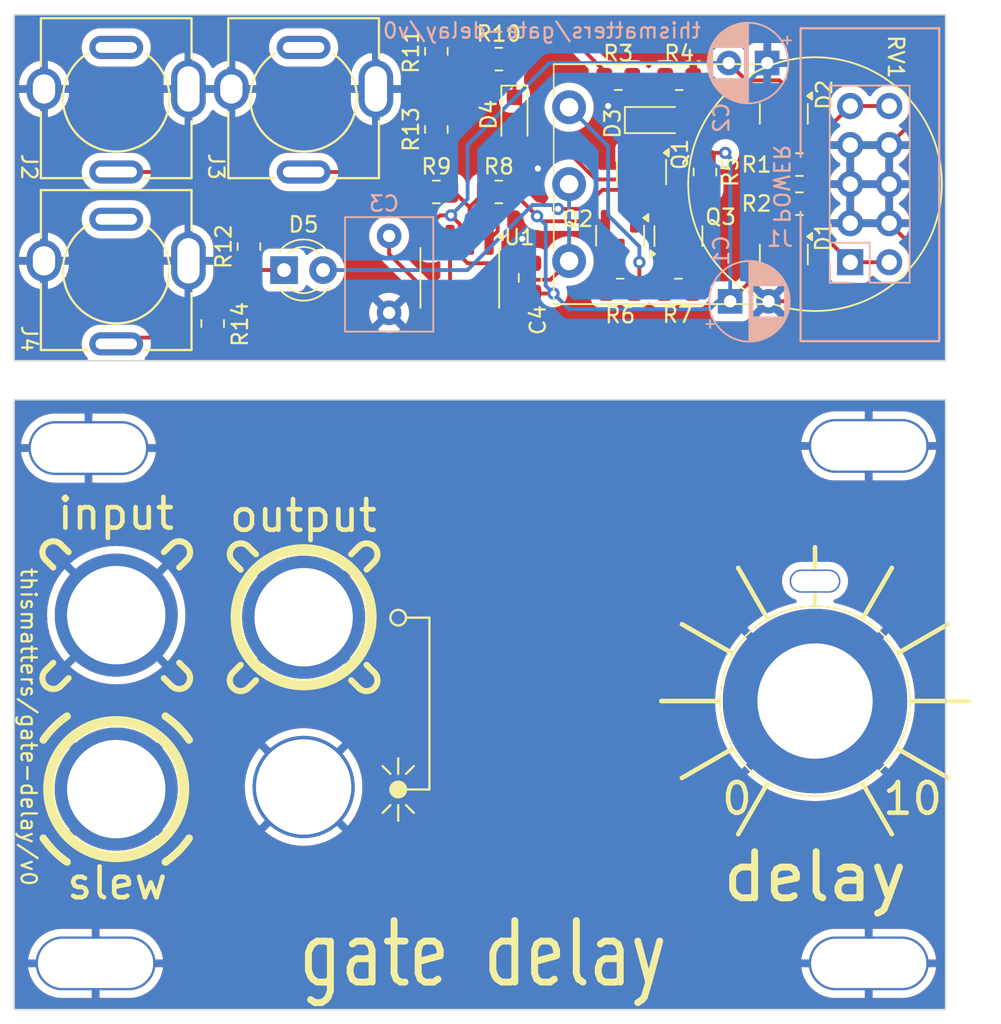
<source format=kicad_pcb>
(kicad_pcb (version 20221018) (generator pcbnew)
  (layers (0 "F.Cu" signal) (31 "B.Cu" signal) (34 "B.Paste" user) (35 "F.Paste" user) (36 "B.SilkS" user "B.Silkscreen") (37 "F.SilkS" user "F.Silkscreen") (38 "B.Mask" user) (39 "F.Mask" user) (44 "Edge.Cuts" user))
  (net 0 "")
  (net 1 "+12V")
  (net 2 "GND")
  (net 3 "-12V")
  (net 4 "Net-(D1-COM)")
  (net 5 "Net-(D2-COM)")
  (net 6 "/FACE")
  (net 7 "Net-(J1-Pin_1)")
  (net 8 "Net-(J1-Pin_10)")
  (net 9 "Net-(U1A-+)")
  (net 10 "Net-(D3-K)")
  (net 11 "Net-(D4-K)")
  (net 12 "Net-(D4-A)")
  (net 13 "Net-(D5-K)")
  (net 14 "Net-(D5-A)")
  (net 15 "/GATE_IN'")
  (net 17 "/GATE_OUT'")
  (net 19 "/SLEW_OUT'")
  (net 21 "Net-(Q1A-C1)")
  (net 22 "Net-(Q2-D)")
  (net 23 "Net-(Q3-D)")
  (net 24 "Net-(R6-Pad1)")
  (net 25 "Net-(U1A--)")
  (net 26 "Net-(R10-Pad1)")
  (net 27 "Net-(U1B--)")
  (footprint "Resistor_SMD:R_0805_2012Metric" (layer "F.Cu") (at 124.17 90.624)
    (fp_text reference "R9" (at 0 -1.65) (layer "F.SilkS"))
    (fp_text value "22K")
    (pad "1" smd roundrect (at -0.9125 0) (size 1.025 1.4) (layers "F.Cu" "F.Paste" "F.Mask") (roundrect_rratio 0.243902) (net 2 "GND"))
    (pad "2" smd roundrect (at 0.9125 0) (size 1.025 1.4) (layers "F.Cu" "F.Paste" "F.Mask") (roundrect_rratio 0.243902) (net 25 "Net-(U1A--)"))
  )
  (footprint "Resistor_SMD:R_0805_2012Metric" (layer "F.Cu") (at 147.792 91.386)
    (fp_text reference "R2" (at -2.794 0) (layer "F.SilkS"))
    (fp_text value "10")
    (pad "1" smd roundrect (at -0.9125 0) (size 1.025 1.4) (layers "F.Cu" "F.Paste" "F.Mask") (roundrect_rratio 0.243902) (net 4 "Net-(D1-COM)"))
    (pad "2" smd roundrect (at 0.9125 0) (size 1.025 1.4) (layers "F.Cu" "F.Paste" "F.Mask") (roundrect_rratio 0.243902) (net 7 "Net-(J1-Pin_1)"))
  )
  (footprint "Eurorack:AudioJack2_Tayda_A-2566" (layer "F.Cu") (at 115.534 84.528 180)
    (fp_text reference "J3" (at 5.6896 -4.445 270 unlocked) (layer "F.SilkS"))
    (fp_text value "gate_out")
    (pad "S" thru_hole oval (at -4.7 0.6 180) (size 2.25 3.75) (drill oval 1.45 2.95) (layers "*.Cu" "*.Mask") (net 2 "GND"))
    (pad "S" thru_hole oval (at 4.7 0.6 180) (size 2.25 2.7) (drill oval 1.45 1.9) (layers "*.Cu" "*.Mask") (net 2 "GND"))
    (pad "T" thru_hole oval (at 0 -4.8 180) (size 3.5 1.5) (drill oval 2.7 0.7) (layers "*.Cu" "*.Mask") (net 17 "/GATE_OUT'"))
    (pad "TN" thru_hole oval (at 0 3.3 180) (size 3.5 1.5) (drill oval 2.7 0.7) (layers "*.Cu" "*.Mask"))
  )
  (footprint "Eurorack:AudioJack2_Tayda_A-2566" (layer "F.Cu") (at 103.342 84.528 180)
    (fp_text reference "J2" (at 5.6642 -4.4704 270 unlocked) (layer "F.SilkS"))
    (fp_text value "gate_in")
    (pad "S" thru_hole oval (at -4.7 0.6 180) (size 2.25 3.75) (drill oval 1.45 2.95) (layers "*.Cu" "*.Mask") (net 2 "GND"))
    (pad "S" thru_hole oval (at 4.7 0.6 180) (size 2.25 2.7) (drill oval 1.45 1.9) (layers "*.Cu" "*.Mask") (net 2 "GND"))
    (pad "T" thru_hole oval (at 0 -4.8 180) (size 3.5 1.5) (drill oval 2.7 0.7) (layers "*.Cu" "*.Mask") (net 15 "/GATE_IN'"))
    (pad "TN" thru_hole oval (at 0 3.3 180) (size 3.5 1.5) (drill oval 2.7 0.7) (layers "*.Cu" "*.Mask"))
  )
  (footprint "Resistor_SMD:R_0805_2012Metric" (layer "F.Cu") (at 136.0064 83.258)
    (fp_text reference "R3" (at 0 -1.65) (layer "F.SilkS"))
    (fp_text value "1K")
    (pad "1" smd roundrect (at -0.9125 0) (size 1.025 1.4) (layers "F.Cu" "F.Paste" "F.Mask") (roundrect_rratio 0.243902) (net 15 "/GATE_IN'"))
    (pad "2" smd roundrect (at 0.9125 0) (size 1.025 1.4) (layers "F.Cu" "F.Paste" "F.Mask") (roundrect_rratio 0.243902) (net 10 "Net-(D3-K)"))
  )
  (footprint "Resistor_SMD:R_0805_2012Metric" (layer "F.Cu") (at 139.918 96.9994)
    (fp_text reference "R7" (at -0.0508 1.6256) (layer "F.SilkS"))
    (fp_text value "1K")
    (pad "1" smd roundrect (at -0.9125 0) (size 1.025 1.4) (layers "F.Cu" "F.Paste" "F.Mask") (roundrect_rratio 0.243902) (net 24 "Net-(R6-Pad1)"))
    (pad "2" smd roundrect (at 0.9125 0) (size 1.025 1.4) (layers "F.Cu" "F.Paste" "F.Mask") (roundrect_rratio 0.243902) (net 23 "Net-(Q3-D)"))
  )
  (footprint "Package_TO_SOT_SMD:SOT-23" (layer "F.Cu") (at 146.776 85.544 -90)
    (fp_text reference "D2" (at -1.2414 -2.6268 90) (layer "F.SilkS"))
    (fp_text value "BAT54S")
    (pad "1" smd roundrect (at -0.9375 -0.95 270) (size 1.475 0.6) (layers "F.Cu" "F.Paste" "F.Mask") (net 3 "-12V"))
    (pad "2" smd roundrect (at -0.9375 0.95 270) (size 1.475 0.6) (layers "F.Cu" "F.Paste" "F.Mask") (net 1 "+12V"))
    (pad "3" smd roundrect (at 0.9375 0 270) (size 1.475 0.6) (layers "F.Cu" "F.Paste" "F.Mask") (net 5 "Net-(D2-COM)"))
  )
  (footprint "Capacitor_SMD:C_0805_2012Metric" (layer "F.Cu") (at 130.266 96.212 90)
    (fp_text reference "C4" (at -2.7432 0.508 90) (layer "F.SilkS"))
    (fp_text value "100n")
    (pad "1" smd roundrect (at -0.95 0 90) (size 1 1.45) (layers "F.Cu" "F.Paste" "F.Mask") (net 1 "+12V"))
    (pad "2" smd roundrect (at 0.95 0 90) (size 1 1.45) (layers "F.Cu" "F.Paste" "F.Mask") (net 3 "-12V"))
  )
  (footprint "Eurorack:Mech-MountingHole" (layer "F.Cu") (at 101.534 107.2805)
    (fp_text reference "H1")
    (fp_text value "mount0")
    (pad "1" thru_hole oval (at 0 0 90) (size 3.5 7.8) (drill oval 3.2 7.5) (layers "*.Cu" "*.Mask") (net 6 "/FACE"))
  )
  (footprint "Eurorack:AudioJack2_Tayda_A-2566" (layer "F.Cu") (at 103.342 95.704 180)
    (fp_text reference "J4" (at 5.6642 -4.4704 270 unlocked) (layer "F.SilkS"))
    (fp_text value "slew_out")
    (pad "S" thru_hole oval (at -4.7 0.6 180) (size 2.25 3.75) (drill oval 1.45 2.95) (layers "*.Cu" "*.Mask") (net 2 "GND"))
    (pad "S" thru_hole oval (at 4.7 0.6 180) (size 2.25 2.7) (drill oval 1.45 1.9) (layers "*.Cu" "*.Mask") (net 2 "GND"))
    (pad "T" thru_hole oval (at 0 -4.8 180) (size 3.5 1.5) (drill oval 2.7 0.7) (layers "*.Cu" "*.Mask") (net 19 "/SLEW_OUT'"))
    (pad "TN" thru_hole oval (at 0 3.3 180) (size 3.5 1.5) (drill oval 2.7 0.7) (layers "*.Cu" "*.Mask"))
  )
  (footprint "Eurorack:Mech-AudioJack-Hole-Output-CV" (layer "F.Cu") (at 103.342 129.4565)
    (fp_text reference "H7")
    (fp_text value "slew" (at 0.058 6.1215 unlocked) (layer "F.SilkS") (effects (font (size 2 2) (thickness 0.3))))
    (pad "1" thru_hole circle (at 0 0 90) (size 8 8) (drill 6.4) (layers "*.Cu" "*.Mask") (net 6 "/FACE"))
  )
  (footprint "LED_THT:LED_D3.0mm" (layer "F.Cu") (at 114.259 95.704)
    (fp_text reference "D5" (at 1.27 -2.96) (layer "F.SilkS"))
    (fp_text value "LED_GREEN")
    (pad "1" thru_hole rect (at 0 0) (size 1.8 1.8) (drill 0.9) (layers "*.Cu" "*.Mask") (net 13 "Net-(D5-K)"))
    (pad "2" thru_hole circle (at 2.54 0) (size 1.8 1.8) (drill 0.9) (layers "*.Cu" "*.Mask") (net 14 "Net-(D5-A)"))
  )
  (footprint "Resistor_SMD:R_0805_2012Metric" (layer "F.Cu") (at 147.792 88.846)
    (fp_text reference "R1" (at -2.794 0) (layer "F.SilkS"))
    (fp_text value "10")
    (pad "1" smd roundrect (at -0.9125 0) (size 1.025 1.4) (layers "F.Cu" "F.Paste" "F.Mask") (roundrect_rratio 0.243902) (net 5 "Net-(D2-COM)"))
    (pad "2" smd roundrect (at 0.9125 0) (size 1.025 1.4) (layers "F.Cu" "F.Paste" "F.Mask") (roundrect_rratio 0.243902) (net 8 "Net-(J1-Pin_10)"))
  )
  (footprint "Package_TO_SOT_SMD:SOT-23" (layer "F.Cu") (at 146.776 94.688 -90)
    (fp_text reference "D1" (at -1.1652 -2.576 90) (layer "F.SilkS"))
    (fp_text value "BAT54S")
    (pad "1" smd roundrect (at -0.9375 -0.95 270) (size 1.475 0.6) (layers "F.Cu" "F.Paste" "F.Mask") (net 3 "-12V"))
    (pad "2" smd roundrect (at -0.9375 0.95 270) (size 1.475 0.6) (layers "F.Cu" "F.Paste" "F.Mask") (net 1 "+12V"))
    (pad "3" smd roundrect (at 0.9375 0 270) (size 1.475 0.6) (layers "F.Cu" "F.Paste" "F.Mask") (net 4 "Net-(D1-COM)"))
  )
  (footprint "Eurorack:Mech-MountingHole" (layer "F.Cu") (at 152.3 140.79)
    (fp_text reference "H4")
    (fp_text value "mount1")
    (pad "1" thru_hole oval (at 0 0 90) (size 3.5 7.8) (drill oval 3.2 7.5) (layers "*.Cu" "*.Mask") (net 6 "/FACE"))
  )
  (footprint "Package_TO_SOT_SMD:SOT-23" (layer "F.Cu") (at 139.918 93.4942 90)
    (fp_text reference "Q3" (at 1.2446 2.7432 180) (layer "F.SilkS"))
    (fp_text value "MMBF170")
    (pad "1" smd roundrect (at -0.9375 -0.95 90) (size 1.475 0.6) (layers "F.Cu" "F.Paste" "F.Mask") (net 21 "Net-(Q1A-C1)"))
    (pad "2" smd roundrect (at -0.9375 0.95 90) (size 1.475 0.6) (layers "F.Cu" "F.Paste" "F.Mask") (net 2 "GND"))
    (pad "3" smd roundrect (at 0.9375 0 90) (size 1.475 0.6) (layers "F.Cu" "F.Paste" "F.Mask") (net 23 "Net-(Q3-D)"))
  )
  (footprint "Eurorack:Mech-LED-Hole-3mm-Bezel" (layer "F.Cu") (at 115.534 129.319)
    (fp_text reference "H9" hide)
    (fp_text value "led" hide)
    (pad "1" thru_hole circle (at 0 0) (size 6.65 6.65) (drill 6.2) (layers "*.Cu" "*.Mask") (net 6 "/FACE"))
  )
  (footprint "Diode_SMD:D_SOD-323_HandSoldering" (layer "F.Cu") (at 129.25 85.7218 -90)
    (fp_text reference "D4" (at -0.127 1.6764 90) (layer "F.SilkS"))
    (fp_text value "1N4148")
    (pad "1" smd roundrect (at -1.25 0 270) (size 1 1) (layers "F.Cu" "F.Paste" "F.Mask") (net 11 "Net-(D4-K)"))
    (pad "2" smd roundrect (at 1.25 0 270) (size 1 1) (layers "F.Cu" "F.Paste" "F.Mask") (net 12 "Net-(D4-A)"))
  )
  (footprint "Resistor_SMD:R_0805_2012Metric" (layer "F.Cu") (at 109.6158 99.1838 90)
    (fp_text reference "R14" (at -0.0508 1.778 90) (layer "F.SilkS"))
    (fp_text value "1K")
    (pad "1" smd roundrect (at -0.9125 0 90) (size 1.025 1.4) (layers "F.Cu" "F.Paste" "F.Mask") (roundrect_rratio 0.243902) (net 19 "/SLEW_OUT'"))
    (pad "2" smd roundrect (at 0.9125 0 90) (size 1.025 1.4) (layers "F.Cu" "F.Paste" "F.Mask") (roundrect_rratio 0.243902) (net 27 "Net-(U1B--)"))
  )
  (footprint "Diode_SMD:D_SOD-323_HandSoldering" (layer "F.Cu") (at 138.4448 85.9504)
    (fp_text reference "D3" (at -2.8092 0.2286 90) (layer "F.SilkS"))
    (fp_text value "1N4148")
    (pad "1" smd roundrect (at -1.25 0) (size 1 1) (layers "F.Cu" "F.Paste" "F.Mask") (net 10 "Net-(D3-K)"))
    (pad "2" smd roundrect (at 1.25 0) (size 1 1) (layers "F.Cu" "F.Paste" "F.Mask") (net 2 "GND"))
  )
  (footprint "Resistor_SMD:R_0805_2012Metric" (layer "F.Cu") (at 128.234 81.988)
    (fp_text reference "R10" (at 0 -1.65) (layer "F.SilkS"))
    (fp_text value "1K")
    (pad "1" smd roundrect (at -0.9125 0) (size 1.025 1.4) (layers "F.Cu" "F.Paste" "F.Mask") (roundrect_rratio 0.243902) (net 26 "Net-(R10-Pad1)"))
    (pad "2" smd roundrect (at 0.9125 0) (size 1.025 1.4) (layers "F.Cu" "F.Paste" "F.Mask") (roundrect_rratio 0.243902) (net 11 "Net-(D4-K)"))
  )
  (footprint "Eurorack:Mech-MountingHole" (layer "F.Cu") (at 152.3 107.14)
    (fp_text reference "H2")
    (fp_text value "mount1")
    (pad "1" thru_hole oval (at 0 0 90) (size 3.5 7.8) (drill oval 3.2 7.5) (layers "*.Cu" "*.Mask") (net 6 "/FACE"))
  )
  (footprint "Package_TO_SOT_SMD:SOT-23" (layer "F.Cu") (at 136.1221 93.4688 -90)
    (fp_text reference "Q2" (at -1.0922 2.7432 -180) (layer "F.SilkS"))
    (fp_text value "BSS84")
    (pad "1" smd roundrect (at -0.9375 -0.95 270) (size 1.475 0.6) (layers "F.Cu" "F.Paste" "F.Mask") (net 21 "Net-(Q1A-C1)"))
    (pad "2" smd roundrect (at -0.9375 0.95 270) (size 1.475 0.6) (layers "F.Cu" "F.Paste" "F.Mask") (net 1 "+12V"))
    (pad "3" smd roundrect (at 0.9375 0 270) (size 1.475 0.6) (layers "F.Cu" "F.Paste" "F.Mask") (net 22 "Net-(Q2-D)"))
  )
  (footprint "Resistor_SMD:R_0805_2012Metric" (layer "F.Cu") (at 111.978 94.18 90)
    (fp_text reference "R12" (at 0 -1.65 90) (layer "F.SilkS"))
    (fp_text value "1K")
    (pad "1" smd roundrect (at -0.9125 0 90) (size 1.025 1.4) (layers "F.Cu" "F.Paste" "F.Mask") (roundrect_rratio 0.243902) (net 13 "Net-(D5-K)"))
    (pad "2" smd roundrect (at 0.9125 0 90) (size 1.025 1.4) (layers "F.Cu" "F.Paste" "F.Mask") (roundrect_rratio 0.243902) (net 2 "GND"))
  )
  (footprint "Resistor_SMD:R_0805_2012Metric" (layer "F.Cu") (at 128.234 90.624)
    (fp_text reference "R8" (at 0 -1.65) (layer "F.SilkS"))
    (fp_text value "110K")
    (pad "1" smd roundrect (at -0.9125 0) (size 1.025 1.4) (layers "F.Cu" "F.Paste" "F.Mask") (roundrect_rratio 0.243902) (net 25 "Net-(U1A--)"))
    (pad "2" smd roundrect (at 0.9125 0) (size 1.025 1.4) (layers "F.Cu" "F.Paste" "F.Mask") (roundrect_rratio 0.243902) (net 1 "+12V"))
  )
  (footprint "Package_SO:TSOP-6_1.65x3.05mm_P0.95mm" (layer "F.Cu") (at 137.5152 89.3286 -90)
    (fp_text reference "Q1" (at -1.143 -2.5044 90) (layer "F.SilkS"))
    (fp_text value "BCM847")
    (pad "1" smd rect (at -1.16 -0.95 270) (size 0.7 0.51) (layers "F.Cu" "F.Paste" "F.Mask") (net 2 "GND"))
    (pad "2" smd rect (at -1.16 0 270) (size 0.7 0.51) (layers "F.Cu" "F.Paste" "F.Mask") (net 10 "Net-(D3-K)"))
    (pad "3" smd rect (at -1.16 0.95 270) (size 0.7 0.51) (layers "F.Cu" "F.Paste" "F.Mask") (net 1 "+12V"))
    (pad "4" smd rect (at 1.16 0.95 270) (size 0.7 0.51) (layers "F.Cu" "F.Paste" "F.Mask") (net 14 "Net-(D5-A)"))
    (pad "5" smd rect (at 1.16 0 270) (size 0.7 0.51) (layers "F.Cu" "F.Paste" "F.Mask") (net 11 "Net-(D4-K)"))
    (pad "6" smd rect (at 1.16 -0.95 270) (size 0.7 0.51) (layers "F.Cu" "F.Paste" "F.Mask") (net 21 "Net-(Q1A-C1)"))
  )
  (footprint "Package_SO:SOIC-8_3.9x4.9mm_P1.27mm" (layer "F.Cu") (at 125.694 96.212 -90)
    (fp_text reference "U1" (at -2.6416 -3.8862 -180) (layer "F.SilkS"))
    (fp_text value "TL072")
    (pad "1" smd roundrect (at -2.475 -1.905 270) (size 1.95 0.6) (layers "F.Cu" "F.Paste" "F.Mask") (net 12 "Net-(D4-A)"))
    (pad "2" smd roundrect (at -2.475 -0.635 270) (size 1.95 0.6) (layers "F.Cu" "F.Paste" "F.Mask") (net 25 "Net-(U1A--)"))
    (pad "3" smd roundrect (at -2.475 0.635 270) (size 1.95 0.6) (layers "F.Cu" "F.Paste" "F.Mask") (net 9 "Net-(U1A-+)"))
    (pad "4" smd roundrect (at -2.475 1.905 270) (size 1.95 0.6) (layers "F.Cu" "F.Paste" "F.Mask") (net 3 "-12V"))
    (pad "5" smd roundrect (at 2.475 1.905 270) (size 1.95 0.6) (layers "F.Cu" "F.Paste" "F.Mask") (net 9 "Net-(U1A-+)"))
    (pad "6" smd roundrect (at 2.475 0.635 270) (size 1.95 0.6) (layers "F.Cu" "F.Paste" "F.Mask") (net 27 "Net-(U1B--)"))
    (pad "7" smd roundrect (at 2.475 -0.635 270) (size 1.95 0.6) (layers "F.Cu" "F.Paste" "F.Mask") (net 27 "Net-(U1B--)"))
    (pad "8" smd roundrect (at 2.475 -1.905 270) (size 1.95 0.6) (layers "F.Cu" "F.Paste" "F.Mask") (net 1 "+12V"))
  )
  (footprint "Eurorack:Mech-Potentiometer-Hole_level_90deg" (layer "F.Cu") (at 148.806 123.731)
    (fp_text reference "H8")
    (fp_text value "delay" (at 0 11.43 unlocked) (layer "F.SilkS") (effects (font (size 3 3) (thickness 0.45))))
    (fp_text user "10" (at 6.35 6.35 unlocked) (layer "F.SilkS") (effects (font (size 2 2) (thickness 0.3))))
    (fp_text user "0" (at -5.08 6.35 unlocked) (layer "F.SilkS") (effects (font (size 2 2) (thickness 0.3))))
    (pad "" thru_hole oval (at 0 -7.8) (size 3.3 1.5) (drill oval 3.1 1.3) (layers "*.Cu" "*.Mask"))
    (pad "1" thru_hole circle (at 0 0) (size 12 12) (drill 7.5) (layers "*.Cu" "*.Mask") (net 6 "/FACE"))
  )
  (footprint "Resistor_SMD:R_0805_2012Metric" (layer "F.Cu") (at 141.6452 89.3286 -90)
    (fp_text reference "R5" (at 0 -1.65 90) (layer "F.SilkS"))
    (fp_text value "22K")
    (pad "1" smd roundrect (at -0.9125 0 270) (size 1.025 1.4) (layers "F.Cu" "F.Paste" "F.Mask") (roundrect_rratio 0.243902) (net 1 "+12V"))
    (pad "2" smd roundrect (at 0.9125 0 270) (size 1.025 1.4) (layers "F.Cu" "F.Paste" "F.Mask") (roundrect_rratio 0.243902) (net 21 "Net-(Q1A-C1)"))
  )
  (footprint "Resistor_SMD:R_0805_2012Metric" (layer "F.Cu") (at 139.9688 83.258)
    (fp_text reference "R4" (at 0 -1.65) (layer "F.SilkS"))
    (fp_text value "22K")
    (pad "1" smd roundrect (at -0.9125 0) (size 1.025 1.4) (layers "F.Cu" "F.Paste" "F.Mask") (roundrect_rratio 0.243902) (net 10 "Net-(D3-K)"))
    (pad "2" smd roundrect (at 0.9125 0) (size 1.025 1.4) (layers "F.Cu" "F.Paste" "F.Mask") (roundrect_rratio 0.243902) (net 2 "GND"))
  )
  (footprint "Eurorack:Mech-MountingHole" (layer "F.Cu") (at 102 140.79)
    (fp_text reference "H3")
    (fp_text value "mount1")
    (pad "1" thru_hole oval (at 0 0 90) (size 3.5 7.8) (drill oval 3.2 7.5) (layers "*.Cu" "*.Mask") (net 6 "/FACE"))
  )
  (footprint "Resistor_SMD:R_0805_2012Metric" (layer "F.Cu") (at 124.17 86.56 90)
    (fp_text reference "R13" (at 0 -1.65 90) (layer "F.SilkS"))
    (fp_text value "1K")
    (pad "1" smd roundrect (at -0.9125 0 90) (size 1.025 1.4) (layers "F.Cu" "F.Paste" "F.Mask") (roundrect_rratio 0.243902) (net 17 "/GATE_OUT'"))
    (pad "2" smd roundrect (at 0.9125 0 90) (size 1.025 1.4) (layers "F.Cu" "F.Paste" "F.Mask") (roundrect_rratio 0.243902) (net 26 "Net-(R10-Pad1)"))
  )
  (footprint "Eurorack:Mech-AudioJack-Hole-Output-Gate" (layer "F.Cu") (at 115.534 118.2805)
    (fp_text reference "H6")
    (fp_text value "output" (at -0.025 -6.6 unlocked) (layer "F.SilkS") (effects (font (size 2 2) (thickness 0.3))))
    (pad "1" thru_hole circle (at 0 0 90) (size 8 8) (drill 6.4) (layers "*.Cu" "*.Mask") (net 6 "/FACE"))
  )
  (footprint "Eurorack:Potentiometer_RV16AF-41-15R1" (layer "F.Cu") (at 148.806 90.116 -90)
    (fp_text reference "RV1" (at -8.2804 -5.2598 -90 unlocked) (layer "F.SilkS"))
    (fp_text value "A1M")
    (pad "1" thru_hole circle (at -5 16 270) (size 2.2 2.2) (drill 1.2) (layers "*.Cu" "*.Mask") (net 24 "Net-(R6-Pad1)"))
    (pad "2" thru_hole circle (at 0 16 270) (size 2.2 2.2) (drill 1.2) (layers "*.Cu" "*.Mask") (net 9 "Net-(U1A-+)"))
    (pad "3" thru_hole circle (at 5 16 270) (size 2.2 2.2) (drill 1.2) (layers "*.Cu" "*.Mask") (net 9 "Net-(U1A-+)"))
  )
  (footprint "Eurorack:Mech-AudioJack-Hole-Input-Gate" (layer "F.Cu") (at 103.342 118.143)
    (fp_text reference "H5")
    (fp_text value "input" (at -0.025 -6.6 unlocked) (layer "F.SilkS") (effects (font (size 2 2) (thickness 0.3))))
    (pad "1" thru_hole circle (at 0 0 90) (size 8 8) (drill 6.4) (layers "*.Cu" "*.Mask") (net 6 "/FACE"))
  )
  (footprint "Resistor_SMD:R_0805_2012Metric" (layer "F.Cu") (at 124.17 81.48 90)
    (fp_text reference "R11" (at 0 -1.65 90) (layer "F.SilkS"))
    (fp_text value "10K")
    (pad "1" smd roundrect (at -0.9125 0 90) (size 1.025 1.4) (layers "F.Cu" "F.Paste" "F.Mask") (roundrect_rratio 0.243902) (net 26 "Net-(R10-Pad1)"))
    (pad "2" smd roundrect (at 0.9125 0 90) (size 1.025 1.4) (layers "F.Cu" "F.Paste" "F.Mask") (roundrect_rratio 0.243902) (net 2 "GND"))
  )
  (footprint "Resistor_SMD:R_0805_2012Metric" (layer "F.Cu") (at 136.1334 96.9994 180)
    (fp_text reference "R6" (at 0 -1.65) (layer "F.SilkS"))
    (fp_text value "1K")
    (pad "1" smd roundrect (at -0.9125 0 180) (size 1.025 1.4) (layers "F.Cu" "F.Paste" "F.Mask") (roundrect_rratio 0.243902) (net 24 "Net-(R6-Pad1)"))
    (pad "2" smd roundrect (at 0.9125 0 180) (size 1.025 1.4) (layers "F.Cu" "F.Paste" "F.Mask") (roundrect_rratio 0.243902) (net 22 "Net-(Q2-D)"))
  )
  (footprint "Eurorack:PinHeader_2x05_P2.54mm_Vertical" (layer "B.Cu") (at 151.094 95.196)
    (fp_text reference "J1" (at -4.572 -1.524) (layer "B.SilkS") (effects (justify mirror)))
    (fp_text value "Conn_02x05_Odd_Even")
    (pad "1" thru_hole rect (at 0 0) (size 1.7 1.7) (drill 1) (layers "*.Cu" "*.Mask") (net 7 "Net-(J1-Pin_1)"))
    (pad "2" thru_hole oval (at 2.54 0) (size 1.7 1.7) (drill 1) (layers "*.Cu" "*.Mask") (net 7 "Net-(J1-Pin_1)"))
    (pad "3" thru_hole oval (at 0 -2.54) (size 1.7 1.7) (drill 1) (layers "*.Cu" "*.Mask") (net 2 "GND"))
    (pad "4" thru_hole oval (at 2.54 -2.54) (size 1.7 1.7) (drill 1) (layers "*.Cu" "*.Mask") (net 2 "GND"))
    (pad "5" thru_hole oval (at 0 -5.08) (size 1.7 1.7) (drill 1) (layers "*.Cu" "*.Mask") (net 2 "GND"))
    (pad "6" thru_hole oval (at 2.54 -5.08) (size 1.7 1.7) (drill 1) (layers "*.Cu" "*.Mask") (net 2 "GND"))
    (pad "7" thru_hole oval (at 0 -7.62) (size 1.7 1.7) (drill 1) (layers "*.Cu" "*.Mask") (net 2 "GND"))
    (pad "8" thru_hole oval (at 2.54 -7.62) (size 1.7 1.7) (drill 1) (layers "*.Cu" "*.Mask") (net 2 "GND"))
    (pad "9" thru_hole oval (at 0 -10.16) (size 1.7 1.7) (drill 1) (layers "*.Cu" "*.Mask") (net 8 "Net-(J1-Pin_10)"))
    (pad "10" thru_hole oval (at 2.54 -10.16) (size 1.7 1.7) (drill 1) (layers "*.Cu" "*.Mask") (net 8 "Net-(J1-Pin_10)"))
  )
  (footprint "Capacitor_THT:CP_Radial_D5.0mm_P2.50mm" (layer "B.Cu") (at 143.284888 97.736)
    (fp_text reference "C1" (at -0.572888 -3.302 90) (layer "B.SilkS") (effects (justify mirror)))
    (fp_text value "22u 50V")
    (pad "1" thru_hole rect (at 0 0) (size 1.6 1.6) (drill 0.8) (layers "*.Cu" "*.Mask") (net 1 "+12V"))
    (pad "2" thru_hole circle (at 2.5 0) (size 1.6 1.6) (drill 0.8) (layers "*.Cu" "*.Mask") (net 2 "GND"))
  )
  (footprint "Capacitor_THT:CP_Radial_D5.0mm_P2.50mm" (layer "B.Cu") (at 145.695113 82.242 180)
    (fp_text reference "C2" (at 2.983113 -3.556 90) (layer "B.SilkS") (effects (justify mirror)))
    (fp_text value "22u 50V")
    (pad "1" thru_hole rect (at 0 0 180) (size 1.6 1.6) (drill 0.8) (layers "*.Cu" "*.Mask") (net 2 "GND"))
    (pad "2" thru_hole circle (at 2.5 0 180) (size 1.6 1.6) (drill 0.8) (layers "*.Cu" "*.Mask") (net 3 "-12V"))
  )
  (footprint "Capacitor_THT:C_Rect_L7.2mm_W5.5mm_P5.00mm_FKS2_FKP2_MKS2_MKP2" (layer "B.Cu") (at 121.0966 93.4834 -90)
    (fp_text reference "C3" (at -2.0974 0.3302 -180) (layer "B.SilkS") (effects (justify mirror)))
    (fp_text value "1u box")
    (pad "1" thru_hole circle (at 0 0 270) (size 1.6 1.6) (drill 0.8) (layers "*.Cu" "*.Mask") (net 9 "Net-(U1A-+)"))
    (pad "2" thru_hole circle (at 5 0 270) (size 1.6 1.6) (drill 0.8) (layers "*.Cu" "*.Mask") (net 2 "GND"))
  )
  (gr_line (start 121.688 128.466) (end 121.688 127.45) (stroke (width 0.15)) (layer "F.SilkS"))
  (gr_line (start 122.196 128.466) (end 122.704 127.958) (stroke (width 0.15)) (layer "F.SilkS"))
  (gr_circle (center 121.688 129.482) (end 122.196 129.482) (stroke (width 0.15)) (fill solid) (layer "F.SilkS"))
  (gr_line (start 121.18 128.466) (end 120.672 127.958) (stroke (width 0.15)) (layer "F.SilkS"))
  (gr_line (start 123.72 118.306) (end 123.72 129.482) (stroke (width 0.15)) (layer "F.SilkS"))
  (gr_circle (center 121.688 118.306) (end 122.196 118.306) (stroke (width 0.15)) (fill none) (layer "F.SilkS"))
  (gr_line (start 121.688 130.498) (end 121.688 131.514) (stroke (width 0.15)) (layer "F.SilkS"))
  (gr_line (start 122.196 118.306) (end 123.72 118.306) (stroke (width 0.15)) (layer "F.SilkS"))
  (gr_line (start 123.72 129.482) (end 122.196 129.482) (stroke (width 0.15)) (layer "F.SilkS"))
  (gr_line (start 122.196 130.498) (end 122.704 131.006) (stroke (width 0.15)) (layer "F.SilkS"))
  (gr_line (start 121.18 130.498) (end 120.672 131.006) (stroke (width 0.15)) (layer "F.SilkS"))
  (gr_rect (start 96.7 79.1) (end 157.3 101.6) (stroke (width 0.1)) (fill none) (layer "Edge.Cuts"))
  (gr_rect (start 96.7 104.14) (end 157.3 143.79) (stroke (width 0.1)) (fill none) (layer "Edge.Cuts"))
  (gr_text "POWER" (at 146.014 90.116 -90) (layer "B.SilkS") (effects (font (size 1 1)) (justify bottom mirror)))
  (gr_text "thismatters/gate-delay/v0" (at 131.028 80.718) (layer "B.SilkS") (effects (font (size 1 1)) (justify bottom mirror)))
  (gr_text "gate delay" (at 127.2032 142.5194) (layer "F.SilkS") (effects (font (size 4 3) (thickness 0.45)) (justify bottom)))
  (gr_text "thismatters/gate-delay/v0" (at 97.05 125.418 -90) (layer "F.SilkS") (effects (font (size 1 1)) (justify bottom)))
  (segment (start 145.826 84.6065) (end 145.826 93.7505) (width 0.25) (layer "F.Cu") (net 1))
  (segment (start 129.891 96.787) (end 128.234 96.787) (width 0.25) (layer "F.Cu") (net 1))
  (segment (start 142.966 88.084) (end 141.9773 88.084) (width 0.25) (layer "F.Cu") (net 1))
  (segment (start 130.266 97.162) (end 129.891 96.787) (width 0.25) (layer "F.Cu") (net 1))
  (segment (start 135.1721 92.5313) (end 131.0538 92.5313) (width 0.25) (layer "F.Cu") (net 1))
  (segment (start 131.79 97.228) (end 130.332 97.228) (width 0.25) (layer "F.Cu") (net 1))
  (segment (start 136.8966 89.1) (end 136.5652 88.7686) (width 0.25) (layer "F.Cu") (net 1))
  (segment (start 130.332 97.228) (end 130.266 97.162) (width 0.25) (layer "F.Cu") (net 1))
  (segment (start 140.934 89.1) (end 136.8966 89.1) (width 0.25) (layer "F.Cu") (net 1))
  (segment (start 128.234 96.787) (end 127.599 97.422) (width 0.25) (layer "F.Cu") (net 1))
  (segment (start 141.6452 88.4161) (end 141.6179 88.4161) (width 0.25) (layer "F.Cu") (net 1))
  (segment (start 145.826 95.194888) (end 143.284888 97.736) (width 0.25) (layer "F.Cu") (net 1))
  (segment (start 136.5652 88.7686) (end 136.5652 88.1686) (width 0.25) (layer "F.Cu") (net 1))
  (segment (start 141.9773 88.084) (end 141.6452 88.4161) (width 0.25) (layer "F.Cu") (net 1))
  (segment (start 130.72225 92.19975) (end 129.1465 90.624) (width 0.25) (layer "F.Cu") (net 1))
  (segment (start 141.6179 88.4161) (end 140.934 89.1) (width 0.25) (layer "F.Cu") (net 1))
  (segment (start 145.826 93.7505) (end 145.826 95.194888) (width 0.25) (layer "F.Cu") (net 1))
  (segment (start 127.599 97.422) (end 127.599 98.687) (width 0.25) (layer "F.Cu") (net 1))
  (segment (start 131.0538 92.5313) (end 130.72225 92.19975) (width 0.25) (layer "F.Cu") (net 1))
  (via (at 142.966 88.084) (size 0.8) (drill 0.4) (layers "F.Cu" "B.Cu") (net 1))
  (via (at 131.79 97.228) (size 0.8) (drill 0.4) (layers "F.Cu" "B.Cu") (net 1))
  (via (at 130.72225 92.19975) (size 0.8) (drill 0.4) (layers "F.Cu" "B.Cu") (net 1))
  (segment (start 131.282 92.7595) (end 130.72225 92.19975) (width 0.25) (layer "B.Cu") (net 1))
  (segment (start 131.79 97.228) (end 131.282 96.72) (width 0.25) (layer "B.Cu") (net 1))
  (segment (start 132.806 98.244) (end 131.79 97.228) (width 0.25) (layer "B.Cu") (net 1))
  (segment (start 141.95 98.244) (end 132.806 98.244) (width 0.25) (layer "B.Cu") (net 1))
  (segment (start 143.284888 97.736) (end 143.284888 88.402888) (width 0.25) (layer "B.Cu") (net 1))
  (segment (start 143.284888 88.402888) (end 142.966 88.084) (width 0.25) (layer "B.Cu") (net 1))
  (segment (start 131.282 96.72) (end 131.282 92.7595) (width 0.25) (layer "B.Cu") (net 1))
  (segment (start 142.458 97.736) (end 141.95 98.244) (width 0.25) (layer "B.Cu") (net 1))
  (segment (start 142.966 97.736) (end 142.458 97.736) (width 0.25) (layer "B.Cu") (net 1))
  (segment (start 143.284888 97.736) (end 142.966 97.736) (width 0.25) (layer "B.Cu") (net 1))
  (segment (start 108.042 95.104) (end 108.042 98.2301) (width 0.25) (layer "F.Cu") (net 2))
  (segment (start 153.634 87.576) (end 155.158 86.052) (width 0.25) (layer "F.Cu") (net 2))
  (segment (start 151.094 87.576) (end 153.634 87.576) (width 0.25) (layer "F.Cu") (net 2))
  (segment (start 155.158 94.18) (end 155.158 95.958) (width 0.25) (layer "F.Cu") (net 2))
  (segment (start 109.0707 99.2588) (end 111.4688 99.2588) (width 0.25) (layer "F.Cu") (net 2))
  (segment (start 151.094 92.656) (end 153.634 92.656) (width 0.25) (layer "F.Cu") (net 2))
  (segment (start 151.094 90.116) (end 153.634 90.116) (width 0.25) (layer "F.Cu") (net 2))
  (segment (start 155.158 95.958) (end 153.38 97.736) (width 0.25) (layer "F.Cu") (net 2))
  (segment (start 153.38 97.736) (end 145.784888 97.736) (width 0.25) (layer "F.Cu") (net 2))
  (segment (start 153.126 82.242) (end 145.695113 82.242) (width 0.25) (layer "F.Cu") (net 2))
  (segment (start 108.042 98.2301) (end 109.0707 99.2588) (width 0.25) (layer "F.Cu") (net 2))
  (segment (start 153.634 92.656) (end 155.158 94.18) (width 0.25) (layer "F.Cu") (net 2))
  (segment (start 155.158 84.274) (end 153.126 82.242) (width 0.25) (layer "F.Cu") (net 2))
  (segment (start 155.158 86.052) (end 155.158 84.274) (width 0.25) (layer "F.Cu") (net 2))
  (segment (start 153.634 90.116) (end 153.634 87.576) (width 0.25) (layer "F.Cu") (net 2))
  (segment (start 153.634 90.116) (end 153.634 92.656) (width 0.25) (layer "F.Cu") (net 2))
  (via (at 135.346 85.036) (size 0.8) (drill 0.4) (layers "F.Cu" "B.Cu") (net 2))
  (via (at 129.758 93.672) (size 0.8) (drill 0.4) (layers "F.Cu" "B.Cu") (net 2))
  (via (at 130.774 89.1) (size 0.8) (drill 0.4) (layers "F.Cu" "B.Cu") (net 2))
  (segment (start 120.234 88.72) (end 123.154 91.64) (width 0.25) (layer "B.Cu") (net 2))
  (segment (start 145.695113 82.242) (end 142.901113 85.036) (width 0.25) (layer "B.Cu") (net 2))
  (segment (start 121.0966 98.4834) (end 122.352 97.228) (width 0.25) (layer "B.Cu") (net 2))
  (segment (start 120.234 83.928) (end 120.234 88.72) (width 0.25) (layer "B.Cu") (net 2))
  (segment (start 142.901113 85.036) (end 135.346 85.036) (width 0.25) (layer "B.Cu") (net 2))
  (segment (start 123.154 91.64) (end 123.154 93.164) (width 0.25) (layer "B.Cu") (net 2))
  (segment (start 129.758 94.18) (end 129.758 93.672) (width 0.25) (layer "B.Cu") (net 2))
  (segment (start 122.352 97.228) (end 126.71 97.228) (width 0.25) (layer "B.Cu") (net 2))
  (segment (start 123.154 93.164) (end 123.662 93.672) (width 0.25) (layer "B.Cu") (net 2))
  (segment (start 126.202 93.672) (end 130.774 89.1) (width 0.25) (layer "B.Cu") (net 2))
  (segment (start 120.234 83.928) (end 120.234 89.736) (width 0.25) (layer "B.Cu") (net 2))
  (segment (start 126.71 97.228) (end 129.758 94.18) (width 0.25) (layer "B.Cu") (net 2))
  (segment (start 123.662 93.672) (end 126.202 93.672) (width 0.25) (layer "B.Cu") (net 2))
  (segment (start 125.694 94.752908) (end 126.203092 95.262) (width 0.25) (layer "F.Cu") (net 3))
  (segment (start 144.320113 83.367) (end 143.195113 82.242) (width 0.25) (layer "F.Cu") (net 3))
  (segment (start 124.403001 92.148) (end 125.120908 92.148) (width 0.25) (layer "F.Cu") (net 3))
  (segment (start 147.726 84.6065) (end 146.4865 83.367) (width 0.25) (layer "F.Cu") (net 3))
  (segment (start 126.203092 95.262) (end 130.266 95.262) (width 0.25) (layer "F.Cu") (net 3))
  (segment (start 125.694 92.721092) (end 125.694 94.752908) (width 0.25) (layer "F.Cu") (net 3))
  (segment (start 147.726 93.7505) (end 147.726 84.6065) (width 0.25) (layer "F.Cu") (net 3))
  (segment (start 125.120908 92.148) (end 125.694 92.721092) (width 0.25) (layer "F.Cu") (net 3))
  (segment (start 123.789 92.762001) (end 124.403001 92.148) (width 0.25) (layer "F.Cu") (net 3))
  (segment (start 146.4865 83.367) (end 144.320113 83.367) (width 0.25) (layer "F.Cu") (net 3))
  (segment (start 123.789 93.737) (end 123.789 92.762001) (width 0.25) (layer "F.Cu") (net 3))
  (via (at 125.120908 92.148) (size 0.8) (drill 0.4) (layers "F.Cu" "B.Cu") (net 3))
  (segment (start 131.536 82.242) (end 126.202 87.576) (width 0.25) (layer "B.Cu") (net 3))
  (segment (start 126.202 87.576) (end 126.202 91.066908) (width 0.25) (layer "B.Cu") (net 3))
  (segment (start 143.195113 82.242) (end 131.536 82.242) (width 0.25) (layer "B.Cu") (net 3))
  (segment (start 126.202 91.066908) (end 125.120908 92.148) (width 0.25) (layer "B.Cu") (net 3))
  (segment (start 146.776 91.4895) (end 146.8795 91.386) (width 0.25) (layer "F.Cu") (net 4))
  (segment (start 146.776 95.6255) (end 146.776 91.4895) (width 0.25) (layer "F.Cu") (net 4))
  (segment (start 146.8795 88.846) (end 146.8795 86.585) (width 0.25) (layer "F.Cu") (net 5))
  (segment (start 146.8795 86.585) (end 146.776 86.4815) (width 0.25) (layer "F.Cu") (net 5))
  (segment (start 151.094 95.196) (end 148.7045 92.8065) (width 0.25) (layer "F.Cu") (net 7))
  (segment (start 148.7045 92.8065) (end 148.7045 91.386) (width 0.25) (layer "F.Cu") (net 7))
  (segment (start 153.634 95.196) (end 151.094 95.196) (width 0.25) (layer "F.Cu") (net 7))
  (segment (start 151.094 85.036) (end 148.7045 87.4255) (width 0.25) (layer "F.Cu") (net 8))
  (segment (start 148.7045 87.4255) (end 148.7045 88.846) (width 0.25) (layer "F.Cu") (net 8))
  (segment (start 153.634 85.036) (end 151.094 85.036) (width 0.25) (layer "F.Cu") (net 8))
  (segment (start 123.789 97.355) (end 123.789 98.687) (width 0.25) (layer "F.Cu") (net 9))
  (segment (start 124.221501 97.279501) (end 125.059 96.442001) (width 0.25) (layer "F.Cu") (net 9))
  (segment (start 127.156604 97.228) (end 124.273002 97.228) (width 0.25) (layer "F.Cu") (net 9))
  (segment (start 128.742 96.337) (end 131.585 96.337) (width 0.25) (layer "F.Cu") (net 9))
  (segment (start 131.585 96.337) (end 132.806 95.116) (width 0.25) (layer "F.Cu") (net 9))
  (segment (start 125.059 96.442001) (end 125.059 93.737) (width 0.25) (layer "F.Cu") (net 9))
  (segment (start 123.789 97.712001) (end 124.221501 97.279501) (width 0.25) (layer "F.Cu") (net 9))
  (segment (start 123.789 98.687) (end 123.789 97.712001) (width 0.25) (layer "F.Cu") (net 9))
  (segment (start 121.0966 93.4834) (end 121.0966 94.6626) (width 0.25) (layer "F.Cu") (net 9))
  (segment (start 128.742 96.337) (end 128.047604 96.337) (width 0.25) (layer "F.Cu") (net 9))
  (segment (start 128.047604 96.337) (end 127.156604 97.228) (width 0.25) (layer "F.Cu") (net 9))
  (segment (start 124.273002 97.228) (end 124.221501 97.279501) (width 0.25) (layer "F.Cu") (net 9))
  (segment (start 121.0966 94.6626) (end 123.789 97.355) (width 0.25) (layer "F.Cu") (net 9))
  (segment (start 132.806 90.116) (end 132.806 95.116) (width 0.25) (layer "B.Cu") (net 9))
  (segment (start 137.5152 88.1686) (end 137.5152 86.2708) (width 0.25) (layer "F.Cu") (net 10))
  (segment (start 136.9189 83.258) (end 139.0563 83.258) (width 0.25) (layer "F.Cu") (net 10))
  (segment (start 137.1948 85.9504) (end 137.1948 83.5339) (width 0.25) (layer "F.Cu") (net 10))
  (segment (start 137.1948 83.5339) (end 136.9189 83.258) (width 0.25) (layer "F.Cu") (net 10))
  (segment (start 137.5152 86.2708) (end 137.1948 85.9504) (width 0.25) (layer "F.Cu") (net 10))
  (segment (start 134.5356 89.8136) (end 137.4402 89.8136) (width 0.25) (layer "F.Cu") (net 11))
  (segment (start 132.806 88.084) (end 131.282 88.084) (width 0.25) (layer "F.Cu") (net 11))
  (segment (start 129.25 84.4718) (end 129.25 84.528) (width 0.25) (layer "F.Cu") (net 11))
  (segment (start 130.266 87.068) (end 130.266 85.544) (width 0.25) (layer "F.Cu") (net 11))
  (segment (start 129.25 84.528) (end 130.266 85.544) (width 0.25) (layer "F.Cu") (net 11))
  (segment (start 132.806 88.084) (end 134.5356 89.8136) (width 0.25) (layer "F.Cu") (net 11))
  (segment (start 137.5152 89.8886) (end 137.5152 90.4886) (width 0.25) (layer "F.Cu") (net 11))
  (segment (start 129.25 83.512) (end 129.25 82.0915) (width 0.25) (layer "F.Cu") (net 11))
  (segment (start 131.282 88.084) (end 130.266 87.068) (width 0.25) (layer "F.Cu") (net 11))
  (segment (start 129.25 82.0915) (end 129.1465 81.988) (width 0.25) (layer "F.Cu") (net 11))
  (segment (start 137.4402 89.8136) (end 137.5152 89.8886) (width 0.25) (layer "F.Cu") (net 11))
  (segment (start 129.25 84.4718) (end 129.25 83.512) (width 0.25) (layer "F.Cu") (net 11))
  (segment (start 128.159 88.0628) (end 128.159 93.177) (width 0.25) (layer "F.Cu") (net 12))
  (segment (start 129.25 86.9718) (end 128.159 88.0628) (width 0.25) (layer "F.Cu") (net 12))
  (segment (start 128.159 93.177) (end 127.599 93.737) (width 0.25) (layer "F.Cu") (net 12))
  (segment (start 114.259 95.704) (end 112.5895 95.704) (width 0.25) (layer "F.Cu") (net 13))
  (segment (start 112.5895 95.704) (end 111.978 95.0925) (width 0.25) (layer "F.Cu") (net 13))
  (segment (start 136.434453 90.619347) (end 136.5652 90.4886) (width 0.25) (layer "F.Cu") (net 14))
  (segment (start 132.081 91.728764) (end 133.733236 91.728764) (width 0.25) (layer "F.Cu") (net 14))
  (segment (start 133.733236 91.728764) (end 134.9734 90.4886) (width 0.25) (layer "F.Cu") (net 14))
  (segment (start 134.9734 90.4886) (end 136.5652 90.4886) (width 0.25) (layer "F.Cu") (net 14))
  (via (at 132.081 91.728764) (size 0.8) (drill 0.4) (layers "F.Cu" "B.Cu") (net 14))
  (segment (start 116.799 95.704) (end 126.192695 95.704) (width 0.25) (layer "B.Cu") (net 14))
  (segment (start 130.421945 91.47475) (end 131.826986 91.47475) (width 0.25) (layer "B.Cu") (net 14))
  (segment (start 126.192695 95.704) (end 130.421945 91.47475) (width 0.25) (layer "B.Cu") (net 14))
  (segment (start 131.826986 91.47475) (end 132.081 91.728764) (width 0.25) (layer "B.Cu") (net 14))
  (segment (start 135.0939 82.7519) (end 135.0939 83.258) (width 0.25) (layer "F.Cu") (net 15))
  (segment (start 124.7901 81.48) (end 125.3071 80.963) (width 0.25) (layer "F.Cu") (net 15))
  (segment (start 110.734 89.328) (end 118.582 81.48) (width 0.25) (layer "F.Cu") (net 15))
  (segment (start 133.305 80.963) (end 135.0939 82.7519) (width 0.25) (layer "F.Cu") (net 15))
  (segment (start 118.582 81.48) (end 124.7901 81.48) (width 0.25) (layer "F.Cu") (net 15))
  (segment (start 125.3071 80.963) (end 133.305 80.963) (width 0.25) (layer "F.Cu") (net 15))
  (segment (start 103.342 89.328) (end 110.734 89.328) (width 0.25) (layer "F.Cu") (net 15))
  (segment (start 119.37 89.328) (end 121.2255 87.4725) (width 0.25) (layer "F.Cu") (net 17))
  (segment (start 121.2255 87.4725) (end 124.17 87.4725) (width 0.25) (layer "F.Cu") (net 17))
  (segment (start 115.534 89.328) (end 119.37 89.328) (width 0.25) (layer "F.Cu") (net 17))
  (segment (start 109.6158 100.0963) (end 103.7497 100.0963) (width 0.25) (layer "F.Cu") (net 19))
  (segment (start 103.7497 100.0963) (end 103.342 100.504) (width 0.25) (layer "F.Cu") (net 19))
  (segment (start 138.968 94.4317) (end 137.0721 92.5358) (width 0.25) (layer "F.Cu") (net 21))
  (segment (start 138.4652 91.1382) (end 138.4652 90.4886) (width 0.25) (layer "F.Cu") (net 21))
  (segment (start 137.0721 92.5358) (end 137.0721 92.5313) (width 0.25) (layer "F.Cu") (net 21))
  (segment (start 137.0721 92.5313) (end 138.4652 91.1382) (width 0.25) (layer "F.Cu") (net 21))
  (segment (start 141.6452 90.2411) (end 138.7127 90.2411) (width 0.25) (layer "F.Cu") (net 21))
  (segment (start 138.7127 90.2411) (end 138.4652 90.4886) (width 0.25) (layer "F.Cu") (net 21))
  (segment (start 136.1221 94.4063) (end 136.1221 96.0982) (width 0.25) (layer "F.Cu") (net 22))
  (segment (start 136.1221 96.0982) (end 135.2209 96.9994) (width 0.25) (layer "F.Cu") (net 22))
  (segment (start 139.918 92.5567) (end 139.918 96.0869) (width 0.25) (layer "F.Cu") (net 23))
  (segment (start 139.918 96.0869) (end 140.8305 96.9994) (width 0.25) (layer "F.Cu") (net 23))
  (segment (start 137.378 95.196) (end 137.378 96.6673) (width 0.25) (layer "F.Cu") (net 24))
  (segment (start 137.378 96.6673) (end 137.0459 96.9994) (width 0.25) (layer "F.Cu") (net 24))
  (segment (start 137.0459 96.9994) (end 139.0055 96.9994) (width 0.25) (layer "F.Cu") (net 24))
  (via (at 137.378 95.196) (size 0.8) (drill 0.4) (layers "F.Cu" "B.Cu") (net 24))
  (segment (start 137.378 95.196) (end 137.378 94.1726) (width 0.25) (layer "B.Cu") (net 24))
  (segment (start 137.378 94.1726) (end 135.346 92.1406) (width 0.25) (layer "B.Cu") (net 24))
  (segment (start 135.346 92.1406) (end 135.346 87.656) (width 0.25) (layer "B.Cu") (net 24))
  (segment (start 135.346 87.656) (end 132.806 85.116) (width 0.25) (layer "B.Cu") (net 24))
  (segment (start 126.329 91.6165) (end 125.3365 90.624) (width 0.25) (layer "F.Cu") (net 25))
  (segment (start 126.329 93.737) (end 126.329 91.6165) (width 0.25) (layer "F.Cu") (net 25))
  (segment (start 125.3365 90.624) (end 125.0825 90.624) (width 0.25) (layer "F.Cu") (net 25))
  (segment (start 126.329 91.6165) (end 127.3215 90.624) (width 0.25) (layer "F.Cu") (net 25))
  (segment (start 124.5745 81.988) (end 124.17 82.3925) (width 0.25) (layer "F.Cu") (net 26))
  (segment (start 124.17 82.3925) (end 124.17 85.6475) (width 0.25) (layer "F.Cu") (net 26))
  (segment (start 127.3215 81.988) (end 124.5745 81.988) (width 0.25) (layer "F.Cu") (net 26))
  (segment (start 124.733999 99.987) (end 114.737 99.987) (width 0.25) (layer "F.Cu") (net 27))
  (segment (start 126.329 98.687) (end 125.059 98.687) (width 0.25) (layer "F.Cu") (net 27))
  (segment (start 125.059 99.661999) (end 124.733999 99.987) (width 0.25) (layer "F.Cu") (net 27))
  (segment (start 125.059 98.687) (end 125.059 99.661999) (width 0.25) (layer "F.Cu") (net 27))
  (segment (start 113.0213 98.2713) (end 109.6158 98.2713) (width 0.25) (layer "F.Cu") (net 27))
  (segment (start 114.737 99.987) (end 113.0213 98.2713) (width 0.25) (layer "F.Cu") (net 27))
  (zone (net 2) (net_name "GND") (layers "F&B.Cu") (connect_pads (clearance 0.5)) (min_thickness 0.25) (fill yes (thermal_gap 0.5) (thermal_bridge_width 0.5))
    (polygon (pts (xy 157.698 78.432) (xy 96.23 78.432) (xy 96.23 101.8) (xy 157.698 101.8)))
  )
  (zone (net 6) (net_name "/FACE") (layers "F&B.Cu") (priority 1) (connect_pads (clearance 0.5)) (min_thickness 0.25) (fill yes (thermal_gap 0.5) (thermal_bridge_width 0.5))
    (polygon (pts (xy 95.78 103.574) (xy 157.756 103.574) (xy 157.756 144.722) (xy 95.78 144.722)))
  )
)
</source>
